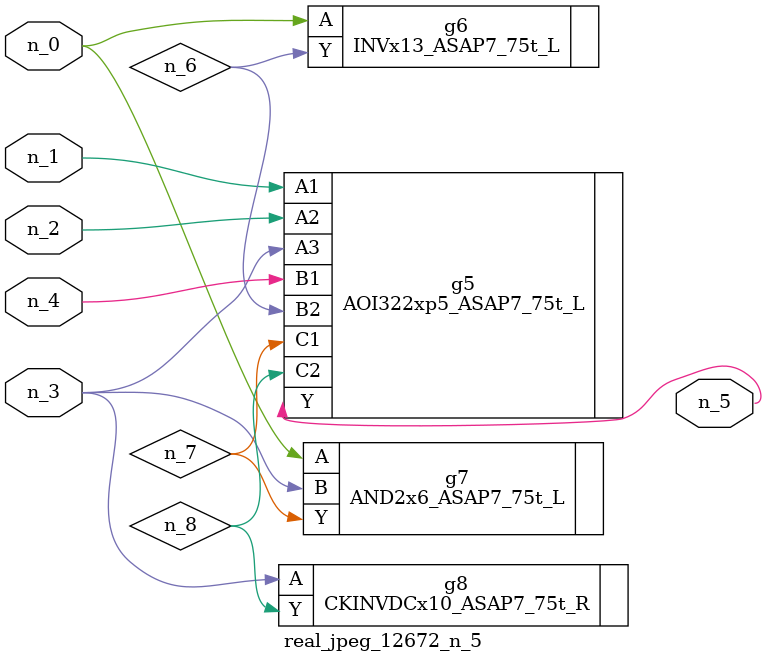
<source format=v>
module real_jpeg_12672_n_5 (n_4, n_0, n_1, n_2, n_3, n_5);

input n_4;
input n_0;
input n_1;
input n_2;
input n_3;

output n_5;

wire n_8;
wire n_6;
wire n_7;

INVx13_ASAP7_75t_L g6 ( 
.A(n_0),
.Y(n_6)
);

AND2x6_ASAP7_75t_L g7 ( 
.A(n_0),
.B(n_3),
.Y(n_7)
);

AOI322xp5_ASAP7_75t_L g5 ( 
.A1(n_1),
.A2(n_2),
.A3(n_3),
.B1(n_4),
.B2(n_6),
.C1(n_7),
.C2(n_8),
.Y(n_5)
);

CKINVDCx10_ASAP7_75t_R g8 ( 
.A(n_3),
.Y(n_8)
);


endmodule
</source>
